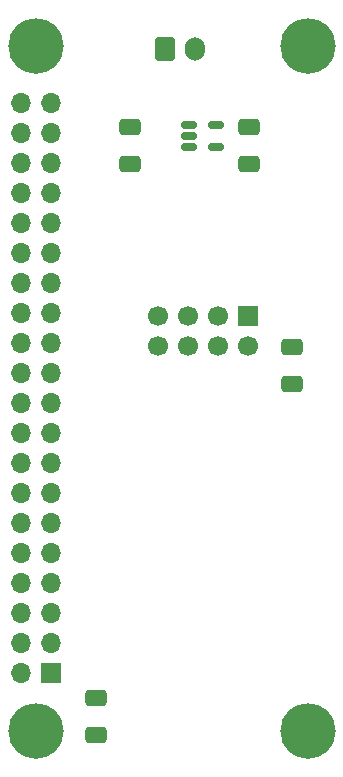
<source format=gbr>
%TF.GenerationSoftware,KiCad,Pcbnew,(7.0.0)*%
%TF.CreationDate,2023-05-30T16:09:47+02:00*%
%TF.ProjectId,connecteurs,636f6e6e-6563-4746-9575-72732e6b6963,1.0*%
%TF.SameCoordinates,Original*%
%TF.FileFunction,Soldermask,Top*%
%TF.FilePolarity,Negative*%
%FSLAX46Y46*%
G04 Gerber Fmt 4.6, Leading zero omitted, Abs format (unit mm)*
G04 Created by KiCad (PCBNEW (7.0.0)) date 2023-05-30 16:09:47*
%MOMM*%
%LPD*%
G01*
G04 APERTURE LIST*
G04 Aperture macros list*
%AMRoundRect*
0 Rectangle with rounded corners*
0 $1 Rounding radius*
0 $2 $3 $4 $5 $6 $7 $8 $9 X,Y pos of 4 corners*
0 Add a 4 corners polygon primitive as box body*
4,1,4,$2,$3,$4,$5,$6,$7,$8,$9,$2,$3,0*
0 Add four circle primitives for the rounded corners*
1,1,$1+$1,$2,$3*
1,1,$1+$1,$4,$5*
1,1,$1+$1,$6,$7*
1,1,$1+$1,$8,$9*
0 Add four rect primitives between the rounded corners*
20,1,$1+$1,$2,$3,$4,$5,0*
20,1,$1+$1,$4,$5,$6,$7,0*
20,1,$1+$1,$6,$7,$8,$9,0*
20,1,$1+$1,$8,$9,$2,$3,0*%
G04 Aperture macros list end*
%ADD10RoundRect,0.250000X0.650000X-0.412500X0.650000X0.412500X-0.650000X0.412500X-0.650000X-0.412500X0*%
%ADD11RoundRect,0.250000X-0.650000X0.412500X-0.650000X-0.412500X0.650000X-0.412500X0.650000X0.412500X0*%
%ADD12RoundRect,0.150000X-0.512500X-0.150000X0.512500X-0.150000X0.512500X0.150000X-0.512500X0.150000X0*%
%ADD13C,4.700000*%
%ADD14RoundRect,0.250000X-0.600000X-0.750000X0.600000X-0.750000X0.600000X0.750000X-0.600000X0.750000X0*%
%ADD15O,1.700000X2.000000*%
%ADD16R,1.700000X1.700000*%
%ADD17O,1.700000X1.700000*%
%ADD18C,1.700000*%
G04 APERTURE END LIST*
D10*
%TO.C,C4*%
X75100000Y-105237500D03*
X75100000Y-108362500D03*
%TD*%
D11*
%TO.C,C3*%
X91700000Y-78662500D03*
X91700000Y-75537500D03*
%TD*%
%TO.C,C2*%
X88000000Y-56875000D03*
X88000000Y-60000000D03*
%TD*%
%TO.C,C1*%
X78000000Y-56875000D03*
X78000000Y-60000000D03*
%TD*%
D12*
%TO.C,U2*%
X83000000Y-56687500D03*
X83000000Y-57637500D03*
X83000000Y-58587500D03*
X85275000Y-58587500D03*
X85275000Y-56687500D03*
%TD*%
D13*
%TO.C,H3*%
X93000000Y-108000000D03*
%TD*%
%TO.C,H4*%
X70000000Y-108000000D03*
%TD*%
D14*
%TO.C,J1*%
X80950000Y-50275000D03*
D15*
X83449999Y-50274999D03*
%TD*%
D16*
%TO.C,IC1*%
X71269999Y-103124999D03*
D17*
X68729999Y-103124999D03*
X71269999Y-100584999D03*
X68729999Y-100584999D03*
X71269999Y-98044999D03*
X68729999Y-98044999D03*
X71269999Y-95504999D03*
X68729999Y-95504999D03*
X71269999Y-92964999D03*
X68729999Y-92964999D03*
X71269999Y-90424999D03*
X68729999Y-90424999D03*
X71269999Y-87884999D03*
X68729999Y-87884999D03*
X71269999Y-85344999D03*
X68729999Y-85344999D03*
X71269999Y-82804999D03*
X68729999Y-82804999D03*
X71269999Y-80264999D03*
X68729999Y-80264999D03*
X71269999Y-77724999D03*
X68729999Y-77724999D03*
X71269999Y-75184999D03*
X68729999Y-75184999D03*
X71269999Y-72644999D03*
X68729999Y-72644999D03*
X71269999Y-70104999D03*
X68729999Y-70104999D03*
X71269999Y-67564999D03*
X68729999Y-67564999D03*
X71269999Y-65024999D03*
X68729999Y-65024999D03*
X71269999Y-62484999D03*
X68729999Y-62484999D03*
X71269999Y-59944999D03*
X68729999Y-59944999D03*
X71269999Y-57404999D03*
X68729999Y-57404999D03*
X71269999Y-54864999D03*
X68729999Y-54864999D03*
%TD*%
D16*
%TO.C,U1*%
X87924999Y-72899999D03*
D18*
X87925000Y-75440000D03*
X85385000Y-72900000D03*
X85385000Y-75440000D03*
X82845000Y-72900000D03*
X82845000Y-75440000D03*
X80305000Y-72900000D03*
X80305000Y-75440000D03*
%TD*%
D13*
%TO.C,H1*%
X70000000Y-50000000D03*
%TD*%
%TO.C,H2*%
X93000000Y-50000000D03*
%TD*%
M02*

</source>
